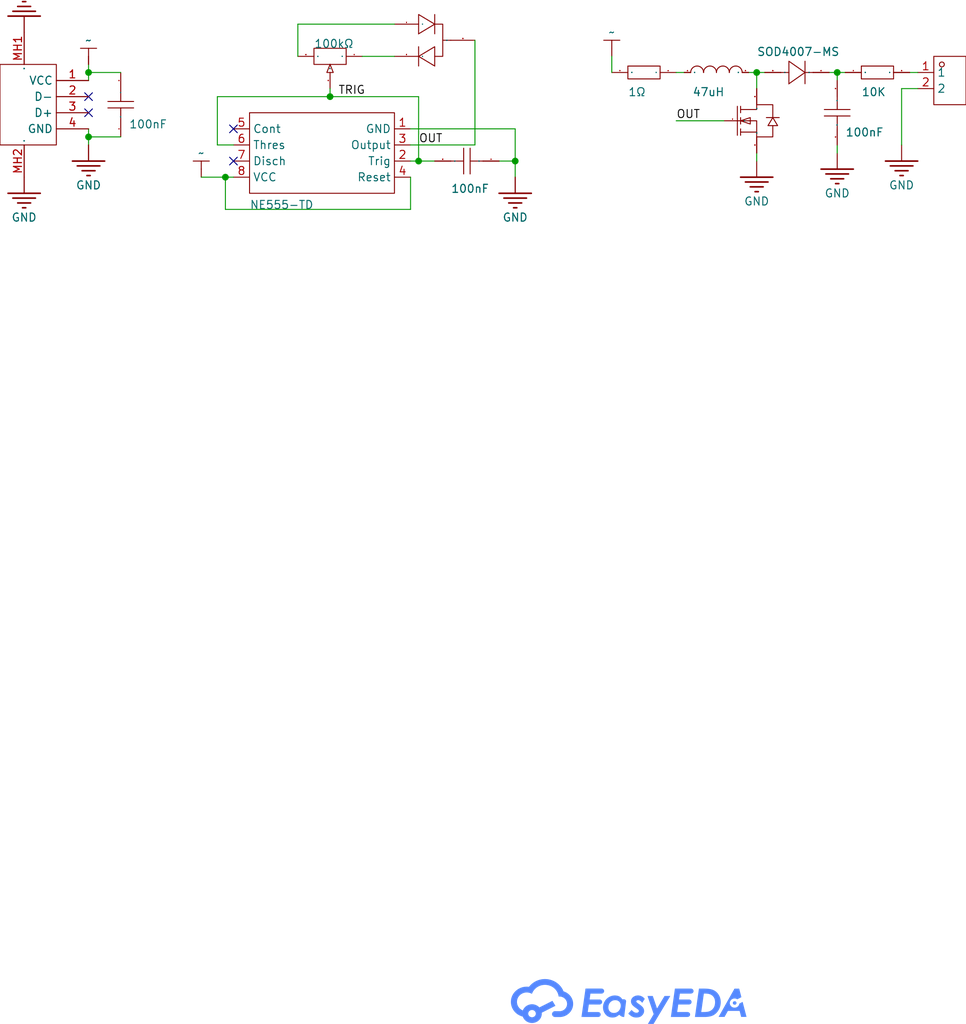
<source format=kicad_sch>
(kicad_sch (version 20250114) (generator "eeschema") (generator_version "9.0")
  (paper "User" 152.4 161.468)
  (lib_symbols
    (symbol "ProPrj_Neo-easyedapro:0603WAF100KT5E"
      (property "Reference" "R" (at 0 0 0))
      (symbol "0603WAF100KT5E_1_0"
        (pin input line (at -5.08 0 0) (length 2.54) (name "1") (number "1"))
        (pin input line (at 5.08 0 180) (length 2.54) (name "2") (number "2"))
      )
    )
    (symbol "ProPrj_Neo-easyedapro:3296W-1-104"
      (property "Reference" "R" (at 0 0 0))
      (symbol "3296W-1-104_1_0"
        (pin input line (at -5.08 0 0) (length 2.54) (name "2") (number "2"))
        (pin input line (at 0 5.08 270) (length 2.54) (name "3") (number "3"))
        (pin input line (at 0 -5.08 90) (length 2.54) (name "1") (number "1"))
      )
    )
    (symbol "ProPrj_Neo-easyedapro:AM90"
      (property "Reference" "USB" (at 0 0 0))
      (symbol "AM90_1_0"
        (pin unspecified line (at 0 12.7 270) (length 5.08) (name "MH1") (number "MH1"))
        (pin unspecified line (at 0 -10.16 90) (length 5.08) (name "MH2") (number "MH2"))
        (pin input line (at 10.16 5.08 180) (length 5.08) (name "VCC") (number "1"))
        (pin input line (at 10.16 2.54 180) (length 5.08) (name "D-") (number "2"))
        (pin input line (at 10.16 0 180) (length 5.08) (name "D+") (number "3"))
        (pin input line (at 10.16 -2.54 180) (length 5.08) (name "GND") (number "4"))
      )
    )
    (symbol "ProPrj_Neo-easyedapro:BAV99_C22368863"
      (property "Reference" "U" (at 0 0 0))
      (symbol "BAV99_C22368863_1_0"
        (pin unspecified line (at -2.54 -6.35 90) (length 3.81) (name "A") (number "1"))
        (pin unspecified line (at 0 6.35 270) (length 3.81) (name "C") (number "3"))
        (pin unspecified line (at 2.54 -6.35 90) (length 3.81) (name "A") (number "2"))
      )
    )
    (symbol "ProPrj_Neo-easyedapro:BSS123W-F2-0000HF"
      (property "Reference" "Q" (at 0 0 0))
      (symbol "BSS123W-F2-0000HF_1_0"
        (pin unspecified line (at -5.08 -2.54 0) (length 2.54) (name "G") (number "1"))
        (pin unspecified line (at 0 2.54 270) (length 2.54) (name "D") (number "3"))
        (pin unspecified line (at 0 -7.62 90) (length 2.54) (name "S") (number "2"))
      )
    )
    (symbol "ProPrj_Neo-easyedapro:CAP"
      (symbol "CAP_1_0"
        (pin input line (at -5.08 0 0) (length 2.54) (name "2") (number "2"))
        (pin input line (at 5.08 0 180) (length 2.54) (name "1") (number "1"))
      )
    )
    (symbol "ProPrj_Neo-easyedapro:DS1024-1X2R2"
      (property "Reference" "U" (at 0 0 0))
      (symbol "DS1024-1X2R2_1_0"
        (pin unspecified line (at -5.08 1.27 0) (length 2.54) (name "1") (number "1"))
        (pin unspecified line (at -5.08 -1.27 0) (length 2.54) (name "2") (number "2"))
      )
    )
    (symbol "ProPrj_Neo-easyedapro:Drawing-Symbol_A4")
    (symbol "ProPrj_Neo-easyedapro:EC0410-470K"
      (property "Reference" "U" (at 0 0 0))
      (symbol "EC0410-470K_1_0"
        (pin unspecified line (at -5.08 0 0) (length 1.016) (name "1") (number "1"))
        (pin unspecified line (at 5.08 0 180) (length 1.016) (name "2") (number "2"))
      )
    )
    (symbol "ProPrj_Neo-easyedapro:Ground-GND" (power) (pin_numbers (hide yes)) (pin_names (hide yes))
      (property "Value" "GND" (at 0 -6.35 0))
      (symbol "Ground-GND_1_0"
        (pin power_in line (at 0 0 270) (length 2.54) (name "") (number "1"))
      )
    )
    (symbol "ProPrj_Neo-easyedapro:NE555-TD"
      (property "Reference" "U" (at 0 0 0))
      (symbol "NE555-TD_1_0"
        (pin unspecified line (at -13.97 3.81 0) (length 2.54) (name "Reset") (number "4"))
        (pin unspecified line (at -13.97 1.27 0) (length 2.54) (name "Trig") (number "2"))
        (pin unspecified line (at -13.97 -1.27 0) (length 2.54) (name "Output") (number "3"))
        (pin unspecified line (at -13.97 -3.81 0) (length 2.54) (name "GND") (number "1"))
        (pin unspecified line (at 13.97 3.81 180) (length 2.54) (name "VCC") (number "8"))
        (pin unspecified line (at 13.97 1.27 180) (length 2.54) (name "Disch") (number "7"))
        (pin unspecified line (at 13.97 -1.27 180) (length 2.54) (name "Thres") (number "6"))
        (pin unspecified line (at 13.97 -3.81 180) (length 2.54) (name "Cont") (number "5"))
      )
    )
    (symbol "ProPrj_Neo-easyedapro:Power-5V" (power) (pin_numbers (hide yes)) (pin_names (hide yes))
      (symbol "Power-5V_1_0"
        (pin power_in line (at 0 0 90) (length 1.27) (name "") (number "1"))
      )
    )
    (symbol "ProPrj_Neo-easyedapro:Res"
      (symbol "Res_1_0"
        (pin input line (at -5.08 0 0) (length 2.54) (name "1") (number "1"))
        (pin input line (at 5.08 0 180) (length 2.54) (name "2") (number "2"))
      )
    )
    (symbol "ProPrj_Neo-easyedapro:SOD4007-MS"
      (property "Reference" "D" (at 0 0 0))
      (symbol "SOD4007-MS_1_0"
        (pin unspecified line (at -5.08 0 0) (length 2.54) (name "K") (number "1"))
        (pin unspecified line (at 5.08 0 180) (length 2.54) (name "A") (number "2"))
      )
    )
  )
  (junction (at 13.97 21.59))
  (junction (at 35.56 27.94))
  (junction (at 81.28 25.4))
  (junction (at 119.38 11.43))
  (junction (at 13.97 11.43))
  (junction (at 66.04 25.4))
  (junction (at 132.08 11.43))
  (junction (at 52.07 15.24))
  (no_connect (at 13.97 17.78))
  (no_connect (at 36.83 25.4))
  (no_connect (at 13.97 15.24))
  (no_connect (at 36.83 20.32))
  (wire (pts (xy 13.97 20.32) (xy 13.97 21.59)))
  (wire (pts (xy 64.77 25.4) (xy 66.04 25.4)))
  (wire (pts (xy 13.97 12.7) (xy 13.97 11.43)))
  (wire (pts (xy 114.3 19.05) (xy 106.68 19.05)))
  (wire (pts (xy 36.83 27.94) (xy 35.56 27.94)))
  (wire (pts (xy 142.24 13.97) (xy 144.78 13.97)))
  (wire (pts (xy 119.38 24.13) (xy 119.38 25.4)))
  (wire (pts (xy 66.04 25.4) (xy 68.58 25.4)))
  (wire (pts (xy 107.95 11.43) (xy 106.68 11.43)))
  (wire (pts (xy 52.07 15.24) (xy 52.07 13.97)))
  (wire (pts (xy 96.52 11.43) (xy 96.52 8.89)))
  (wire (pts (xy 132.08 11.43) (xy 130.81 11.43)))
  (wire (pts (xy 81.28 25.4) (xy 81.28 27.94)))
  (wire (pts (xy 119.38 13.97) (xy 119.38 11.43)))
  (wire (pts (xy 13.97 10.16) (xy 13.97 11.43)))
  (wire (pts (xy 34.29 15.24) (xy 34.29 22.86)))
  (wire (pts (xy 118.11 11.43) (xy 119.38 11.43)))
  (wire (pts (xy 35.56 27.94) (xy 31.75 27.94)))
  (wire (pts (xy 132.08 22.86) (xy 132.08 24.13)))
  (wire (pts (xy 46.99 3.81) (xy 46.99 8.89)))
  (wire (pts (xy 132.08 11.43) (xy 133.35 11.43)))
  (wire (pts (xy 143.51 11.43) (xy 144.78 11.43)))
  (wire (pts (xy 74.93 22.86) (xy 64.77 22.86)))
  (wire (pts (xy 119.38 11.43) (xy 120.65 11.43)))
  (wire (pts (xy 52.07 15.24) (xy 66.04 15.24)))
  (wire (pts (xy 74.93 22.86) (xy 74.93 6.35)))
  (wire (pts (xy 142.24 13.97) (xy 142.24 22.86)))
  (wire (pts (xy 64.77 33.02) (xy 35.56 33.02)))
  (wire (pts (xy 64.77 20.32) (xy 81.28 20.32)))
  (wire (pts (xy 34.29 15.24) (xy 52.07 15.24)))
  (wire (pts (xy 62.23 8.89) (xy 57.15 8.89)))
  (wire (pts (xy 13.97 11.43) (xy 19.05 11.43)))
  (wire (pts (xy 81.28 20.32) (xy 81.28 25.4)))
  (wire (pts (xy 64.77 33.02) (xy 64.77 27.94)))
  (wire (pts (xy 62.23 3.81) (xy 46.99 3.81)))
  (wire (pts (xy 66.04 25.4) (xy 66.04 15.24)))
  (wire (pts (xy 13.97 21.59) (xy 13.97 22.86)))
  (wire (pts (xy 13.97 21.59) (xy 19.05 21.59)))
  (wire (pts (xy 81.28 25.4) (xy 78.74 25.4)))
  (wire (pts (xy 132.08 11.43) (xy 132.08 12.7)))
  (wire (pts (xy 35.56 33.02) (xy 35.56 27.94)))
  (wire (pts (xy 34.29 22.86) (xy 36.83 22.86)))
  (label "TRIG" (at 53.34 15.24 0))
  (label "OUT" (at 106.68 19.05 0))
  (label "OUT" (at 66.04 22.86 0))
  (symbol (lib_id "ProPrj_Neo-easyedapro:DS1024-1X2R2") (at 149.86 12.7 0) (unit 1)
    (property "Reference" "U3" (effects (hide yes)))
    (property "Footprint" "ProPrj_Neo-easyedapro:HDR-TH_2P-P2.54-H-F-W10.0-N" (effects (hide yes)))
    (property "Datasheet" "https://atta.szlcsc.com/upload/public/pdf/source/20230815/180A52BFD6617A57EE4D56A5DDB489B2.pdf" (effects (hide yes)))
    (property "Description" "Holes Structure:1x2P Pitch:2.54mm Mounting Type:Bend insert Number of Rows:Single Row Insulation Height:8.5mm Contact Plating:Nickel-plated" (effects (hide yes)))
    (property "Manufacturer Part" "DS1024-1x2R2" (effects (hide yes)))
    (property "Manufacturer" "CONNFLY" (effects (hide yes)))
    (property "Supplier Part" "C7509534" (effects (hide yes)))
    (property "Supplier" "LCSC" (effects (hide yes)))
    (property "LCSC Part Name" "1x2P 间距:2.54mm 弯插 黑色" (effects (hide yes)))
  )
  (symbol (lib_id "ProPrj_Neo-easyedapro:AM90") (at 3.81 17.78 0) (unit 1)
    (property "Reference" "USB1" (effects (hide yes)))
    (property "Footprint" "ProPrj_Neo-easyedapro:USB-AM-TH_AM90" (effects (hide yes)))
    (property "Datasheet" "https://atta.szlcsc.com/upload/public/pdf/source/20190722/C404965_9CC10BE28E3F9E5134758D030387C529.pdf" (effects (hide yes)))
    (property "Description" "Connector Type:Type-A Standard:USB 2.0 Gender:Public Mounting Style:Bend-in Number of Contacts:4P Number of Ports:1 Current Rating - Power (Max):1.5A Rated Voltage (Max):30V Connect-Disconnect Life:5000 Cuts Supplementary Features:- Center Height:- Length" (effects (hide yes)))
    (property "Manufacturer Part" "AM90" (effects (hide yes)))
    (property "Manufacturer" "SHOU HAN(首韩)" (effects (hide yes)))
    (property "Supplier Part" "C404965" (effects (hide yes)))
    (property "Supplier" "LCSC" (effects (hide yes)))
    (property "LCSC Part Name" "Type-A 公 弯插" (effects (hide yes)))
  )
  (symbol (lib_id "ProPrj_Neo-easyedapro:BAV99_C22368863") (at 68.58 6.35 270) (unit 1)
    (property "Reference" "U4" (effects (hide yes)))
    (property "Footprint" "ProPrj_Neo-easyedapro:SOT-23-3_L3.0-W1.7-P0.95-LS2.9-BR" (effects (hide yes)))
    (property "Datasheet" "https://atta.szlcsc.com/upload/public/pdf/source/20240624/F48F9993A5D8974EF570BB85214962A7.pdf" (effects (hide yes)))
    (property "Manufacturer Part" "BAV99" (effects (hide yes)))
    (property "Manufacturer" "Wild Goose(威谷)" (effects (hide yes)))
    (property "Supplier Part" "C22368863" (effects (hide yes)))
    (property "Supplier" "LCSC" (effects (hide yes)))
    (property "LCSC Part Name" "BAV99" (effects (hide yes)))
  )
  (symbol (lib_id "ProPrj_Neo-easyedapro:Ground-GND") (at 3.81 5.08 180) (unit 1)
    (property "Reference" "#PWR?" (effects (hide yes)))
    (property "Value" "GND" (at 3.81 -1.27 0))
    (property "Footprint" "ProPrj_Neo-easyedapro:" (effects (hide yes)))
  )
  (symbol (lib_id "ProPrj_Neo-easyedapro:Ground-GND") (at 142.24 22.86 0) (unit 1)
    (property "Reference" "#PWR?" (effects (hide yes)))
    (property "Value" "GND" (at 142.24 29.21 0))
    (property "Footprint" "ProPrj_Neo-easyedapro:" (effects (hide yes)))
  )
  (symbol (lib_id "ProPrj_Neo-easyedapro:Ground-GND") (at 81.28 27.94 0) (unit 1)
    (property "Reference" "#PWR?" (effects (hide yes)))
    (property "Value" "GND" (at 81.28 34.29 0))
    (property "Footprint" "ProPrj_Neo-easyedapro:" (effects (hide yes)))
  )
  (symbol (lib_id "ProPrj_Neo-easyedapro:EC0410-470K") (at 113.03 11.43 0) (unit 1)
    (property "Reference" "U5" (effects (hide yes)))
    (property "Value" "47uH" (at 109.22 15.24 0) (effects (justify left bottom)))
    (property "Footprint" "ProPrj_Neo-easyedapro:IND-TH_BD4.0-L10.5-P14.50-D0.6" (effects (hide yes)))
    (property "Datasheet" "https://atta.szlcsc.com/upload/public/pdf/source/20231211/F4FEA0398C091F67DBBAD1ED613298AE.pdf" (effects (hide yes)))
    (property "Description" "Inductance:47uH Tolerance:±10% Tolerance:±10% Current Rating:340mA DC Resistance(DCR):1.22Ω Type:Color Circle Coils Inductor Q @ Frequency:45@2.52MHz" (effects (hide yes)))
    (property "Manufacturer Part" "EC0410-470K" (effects (hide yes)))
    (property "Manufacturer" "SXN(顺翔诺)" (effects (hide yes)))
    (property "Supplier Part" "C19633460" (effects (hide yes)))
    (property "Supplier" "LCSC" (effects (hide yes)))
    (property "LCSC Part Name" "EC0410-470K" (effects (hide yes)))
  )
  (symbol (lib_id "ProPrj_Neo-easyedapro:Res") (at 138.43 11.43 0) (unit 1)
    (property "Reference" "R3" (effects (hide yes)))
    (property "Value" "10K" (at 135.89 15.24 0) (effects (justify left bottom)))
    (property "Footprint" "ProPrj_Neo-easyedapro:R0603" (effects (hide yes)))
  )
  (symbol (lib_id "ProPrj_Neo-easyedapro:Power-5V") (at 96.52 8.89 0) (unit 1)
    (property "Reference" "#PWR?" (effects (hide yes)))
    (property "Footprint" "ProPrj_Neo-easyedapro:" (effects (hide yes)))
    (property "Description" "Power-5V" (effects (hide yes)))
  )
  (symbol (lib_id "ProPrj_Neo-easyedapro:BSS123W-F2-0000HF") (at 119.38 16.51 0) (unit 1)
    (property "Reference" "Q1" (effects (hide yes)))
    (property "Footprint" "ProPrj_Neo-easyedapro:SOT-323-3_L2.0-W1.3-P1.30-LS2.3-BR" (effects (hide yes)))
    (property "Datasheet" "https://atta.szlcsc.com/upload/public/pdf/source/20201124/C919596_CD6FE2354D75AC43176E1098F69705B3.pdf" (effects (hide yes)))
    (property "Description" "Type:1 N-channel Drain to Source Voltage: Current - Continuous Drain(Id): RDS(on):5.5Ω@4.5V,200mA Pd - Power Dissipation:150mW Gate Threshold Voltage (Vgs(th)@Id):2.5V Gate Charge(Qg):1.61nC@10V Input Capacitance(Ciss@Vds):32pF@50V Reverse Transfer Capaci" (effects (hide yes)))
    (property "Manufacturer Part" "BSS123W" (effects (hide yes)))
    (property "Manufacturer" "YANGJIE(扬杰)" (effects (hide yes)))
    (property "Supplier Part" "C919596" (effects (hide yes)))
    (property "Supplier" "LCSC" (effects (hide yes)))
    (property "LCSC Part Name" "1个N沟道 耐压:100V 电流:200mA" (effects (hide yes)))
  )
  (symbol (lib_id "ProPrj_Neo-easyedapro:0603WAF100KT5E") (at 101.6 11.43 180) (unit 1)
    (property "Reference" "R5" (effects (hide yes)))
    (property "Value" "1Ω" (at 99.06 15.24 0) (effects (justify right top)))
    (property "Footprint" "ProPrj_Neo-easyedapro:R0603" (effects (hide yes)))
    (property "Datasheet" "https://atta.szlcsc.com/upload/public/pdf/source/20200306/C422600_1E6D84923E4A46A82E41ADD87F860B5C.pdf" (effects (hide yes)))
    (property "Description" "Type:Thick Film Resistors Resistance:1Ω Tolerance:±1% Tolerance:±1% Power(Watts): Overload Voltage (Max): Temperature Coefficient:±400ppm/°C Temperature Coefficient:±400ppm/°C Operating Temperature Range:-55°C~+155°C Operating Temperature Range:-55°C~+155°C" (effects (hide yes)))
    (property "Manufacturer Part" "0603WAF100KT5E" (effects (hide yes)))
    (property "Manufacturer" "UNI-ROYAL(厚声)" (effects (hide yes)))
    (property "Supplier Part" "C22936" (effects (hide yes)))
    (property "Supplier" "LCSC" (effects (hide yes)))
    (property "LCSC Part Name" "1Ω ±1% 100mW 厚膜电阻" (effects (hide yes)))
  )
  (symbol (lib_id "ProPrj_Neo-easyedapro:CAP") (at 73.66 25.4 0) (unit 1)
    (property "Reference" "C1" (effects (hide yes)))
    (property "Value" "100nF" (at 71.12 30.48 0) (effects (justify left bottom)))
    (property "Footprint" "ProPrj_Neo-easyedapro:C0603" (effects (hide yes)))
  )
  (symbol (lib_id "ProPrj_Neo-easyedapro:NE555-TD") (at 50.8 24.13 180) (unit 1)
    (property "Reference" "U2" (effects (hide yes)))
    (property "Value" "NE555-TD" (at 39.37 33.02 0) (effects (justify right top)))
    (property "Footprint" "ProPrj_Neo-easyedapro:SOIC-8_L4.9-W3.9-P1.27-LS6.0-BL" (effects (hide yes)))
    (property "Datasheet" "https://atta.szlcsc.com/upload/public/pdf/source/20241227/C1D0D1A1D654F129099568FEFDC0EC25.pdf" (effects (hide yes)))
    (property "Manufacturer Part" "NE555-TD" (effects (hide yes)))
    (property "Manufacturer" "TDSEMIC(拓电半导体)" (effects (hide yes)))
    (property "Supplier Part" "C42422057" (effects (hide yes)))
    (property "Supplier" "LCSC" (effects (hide yes)))
    (property "LCSC Part Name" "NE555-TD" (effects (hide yes)))
  )
  (symbol (lib_id "ProPrj_Neo-easyedapro:CAP") (at 19.05 16.51 90) (unit 1)
    (property "Reference" "C3" (effects (hide yes)))
    (property "Value" "100nF" (at 20.32 20.32 90) (effects (justify right top)))
    (property "Footprint" "ProPrj_Neo-easyedapro:C0603" (effects (hide yes)))
  )
  (symbol (lib_id "ProPrj_Neo-easyedapro:CAP") (at 132.08 17.78 90) (unit 1)
    (property "Reference" "C2" (effects (hide yes)))
    (property "Value" "100nF" (at 133.35 21.59 90) (effects (justify right top)))
    (property "Footprint" "ProPrj_Neo-easyedapro:C0603" (effects (hide yes)))
    (property "Datasheet" "https://atta.szlcsc.com/upload/public/pdf/source/20231121/23273F16EF68B848105A6B3182EA85EC.pdf" (effects (hide yes)))
    (property "Description" "Capacitance:100nF Tolerance:±5% Tolerance:±5% Voltage Rated: Temperature Coefficient:" (effects (hide yes)))
    (property "Manufacturer Part" "AC0805JKX7R0BB104" (effects (hide yes)))
    (property "Manufacturer" "YAGEO(国巨)" (effects (hide yes)))
    (property "Supplier Part" "C5936644" (effects (hide yes)))
    (property "Supplier" "LCSC" (effects (hide yes)))
    (property "LCSC Part Name" "100nF ±5% 100V" (effects (hide yes)))
  )
  (symbol (lib_id "ProPrj_Neo-easyedapro:Ground-GND") (at 119.38 25.4 0) (unit 1)
    (property "Reference" "#PWR?" (effects (hide yes)))
    (property "Value" "GND" (at 119.38 31.75 0))
    (property "Footprint" "ProPrj_Neo-easyedapro:" (effects (hide yes)))
  )
  (symbol (lib_id "ProPrj_Neo-easyedapro:SOD4007-MS") (at 125.73 11.43 180) (unit 1)
    (property "Reference" "D2" (effects (hide yes)))
    (property "Value" "SOD4007-MS" (at 119.38 8.89 0) (effects (justify right top)))
    (property "Footprint" "ProPrj_Neo-easyedapro:SOD-123FL_L2.8-W1.8-LS3.7-RD" (effects (hide yes)))
    (property "Datasheet" "https://atta.szlcsc.com/upload/public/pdf/source/20240508/03BE9FB150B205AAD58E954247BADD6D.pdf" (effects (hide yes)))
    (property "Description" "Diode Configuration: Reverse Voltage (Vr): Rectified Current: Reverse Leakage Current:10uA@1kV" (effects (hide yes)))
    (property "Manufacturer Part" "SOD4007-MS" (effects (hide yes)))
    (property "Manufacturer" "MSKSEMI(美森科)" (effects (hide yes)))
    (property "Supplier Part" "C3008061" (effects (hide yes)))
    (property "Supplier" "LCSC" (effects (hide yes)))
    (property "LCSC Part Name" "电压:1kV 电流:1A" (effects (hide yes)))
  )
  (symbol (lib_id "ProPrj_Neo-easyedapro:Drawing-Symbol_A4") (at -44.45 165.1 0) (unit 1)
    (property "Reference" "?" (at -44.45 165.1 0))
    (property "Footprint" "ProPrj_Neo-easyedapro:" (effects (hide yes)))
    (property "@Board Name" "Board1" (effects (hide yes)))
    (property "@Create Date" "2025-03-22" (effects (hide yes)))
    (property "@Create Time" "20:14:27" (effects (hide yes)))
    (property "@Page Count" "1" (effects (hide yes)))
    (property "@Page Name" "P1" (effects (hide yes)))
    (property "@Page No" "1" (effects (hide yes)))
    (property "@Project Name" "Neon" (effects (hide yes)))
    (property "@Schematic Name" "Schematic1" (effects (hide yes)))
    (property "@Update Date" "2025-03-23" (effects (hide yes)))
    (property "@Update Time" "23:59:32" (effects (hide yes)))
    (property "Blade Width" "10" (effects (hide yes)))
    (property "Border" "1" (effects (hide yes)))
    (property "Company" "EasyEDA.com" (effects (hide yes)))
    (property "Height" "825" (effects (hide yes)))
    (property "Page Size" "A4" (effects (hide yes)))
    (property "Region Start" "1" (effects (hide yes)))
    (property "Title Block" "1" (effects (hide yes)))
    (property "Title Block Position" "3" (effects (hide yes)))
    (property "Version" "V1.0" (effects (hide yes)))
    (property "Width" "1170" (effects (hide yes)))
    (property "X Region Count" "6" (effects (hide yes)))
    (property "Y Region Count" "4" (effects (hide yes)))
  )
  (symbol (lib_id "ProPrj_Neo-easyedapro:Ground-GND") (at 13.97 22.86 0) (unit 1)
    (property "Reference" "#PWR?" (effects (hide yes)))
    (property "Value" "GND" (at 13.97 29.21 0))
    (property "Footprint" "ProPrj_Neo-easyedapro:" (effects (hide yes)))
  )
  (symbol (lib_id "ProPrj_Neo-easyedapro:3296W-1-104") (at 52.07 8.89 90) (unit 1)
    (property "Reference" "R4" (effects (hide yes)))
    (property "Value" "100kΩ" (at 49.53 7.62 90) (effects (justify right top)))
    (property "Footprint" "ProPrj_Neo-easyedapro:RES-ADJ-TH_3P-L9.5-W4.9-P2.50-L_3296W" (effects (hide yes)))
    (property "Datasheet" "https://atta.szlcsc.com/upload/public/pdf/source/20171114/C118963_15106326662041117450.pdf" (effects (hide yes)))
    (property "Description" "Resistance: Tolerance:±10% Tolerance:±10%" (effects (hide yes)))
    (property "Manufacturer Part" "3296W-1-104" (effects (hide yes)))
    (property "Manufacturer" "BOCHEN(博晨)" (effects (hide yes)))
    (property "Supplier Part" "C118963" (effects (hide yes)))
    (property "Supplier" "LCSC" (effects (hide yes)))
    (property "LCSC Part Name" "100kΩ ±10%" (effects (hide yes)))
  )
  (symbol (lib_id "ProPrj_Neo-easyedapro:Power-5V") (at 13.97 10.16 0) (unit 1)
    (property "Reference" "#PWR?" (effects (hide yes)))
    (property "Footprint" "ProPrj_Neo-easyedapro:" (effects (hide yes)))
    (property "Description" "Power-5V" (effects (hide yes)))
  )
  (symbol (lib_id "ProPrj_Neo-easyedapro:Ground-GND") (at 132.08 24.13 0) (unit 1)
    (property "Reference" "#PWR?" (effects (hide yes)))
    (property "Value" "GND" (at 132.08 30.48 0))
    (property "Footprint" "ProPrj_Neo-easyedapro:" (effects (hide yes)))
  )
  (symbol (lib_id "ProPrj_Neo-easyedapro:Ground-GND") (at 3.81 27.94 0) (unit 1)
    (property "Reference" "#PWR?" (effects (hide yes)))
    (property "Value" "GND" (at 3.81 34.29 0))
    (property "Footprint" "ProPrj_Neo-easyedapro:" (effects (hide yes)))
  )
  (symbol (lib_id "ProPrj_Neo-easyedapro:Power-5V") (at 31.75 27.94 0) (unit 1)
    (property "Reference" "#PWR?" (effects (hide yes)))
    (property "Footprint" "ProPrj_Neo-easyedapro:" (effects (hide yes)))
    (property "Description" "Power-5V" (effects (hide yes)))
  )
)
</source>
